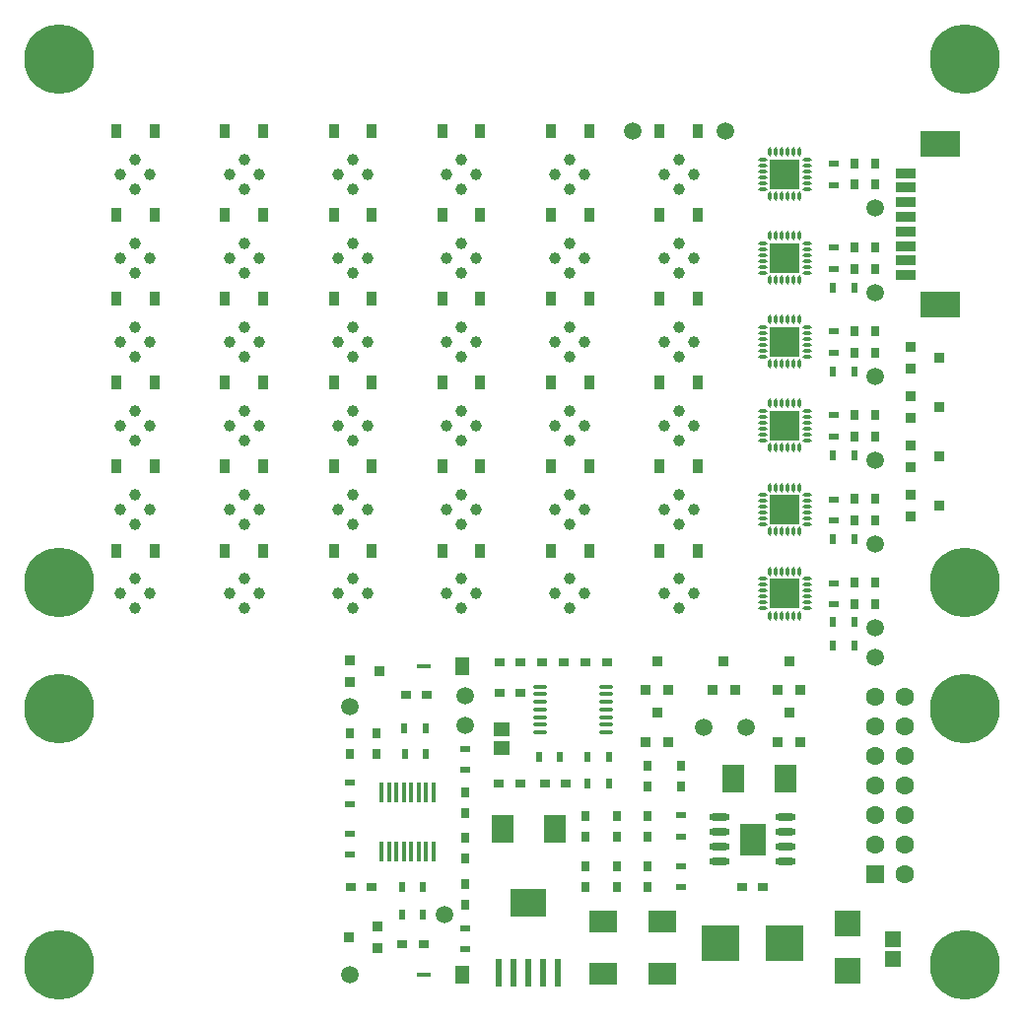
<source format=gbr>
G04*
G04 #@! TF.GenerationSoftware,Altium Limited,Altium Designer,24.1.2 (44)*
G04*
G04 Layer_Color=255*
%FSLAX44Y44*%
%MOMM*%
G71*
G04*
G04 #@! TF.SameCoordinates,14EC1D3F-8ED5-41FF-9881-AC4D2EF9915D*
G04*
G04*
G04 #@! TF.FilePolarity,Positive*
G04*
G01*
G75*
%ADD45C,6.0000*%
%ADD46C,1.2000*%
%ADD47C,1.0000*%
%ADD48C,1.6000*%
%ADD49R,1.6000X1.6000*%
%ADD56R,2.3000X2.8000*%
%ADD57O,1.8000X0.6000*%
%ADD58R,1.4000X1.4000*%
%ADD59R,2.3000X2.2860*%
%ADD60R,0.6325X2.3455*%
%ADD61R,3.1725X2.3455*%
G04:AMPARAMS|DCode=62|XSize=0.2746mm|YSize=0.8048mm|CornerRadius=0.1373mm|HoleSize=0mm|Usage=FLASHONLY|Rotation=180.000|XOffset=0mm|YOffset=0mm|HoleType=Round|Shape=RoundedRectangle|*
%AMROUNDEDRECTD62*
21,1,0.2746,0.5302,0,0,180.0*
21,1,0.0000,0.8048,0,0,180.0*
1,1,0.2746,0.0000,0.2651*
1,1,0.2746,0.0000,0.2651*
1,1,0.2746,0.0000,-0.2651*
1,1,0.2746,0.0000,-0.2651*
%
%ADD62ROUNDEDRECTD62*%
G04:AMPARAMS|DCode=63|XSize=0.2746mm|YSize=0.8048mm|CornerRadius=0.1373mm|HoleSize=0mm|Usage=FLASHONLY|Rotation=90.000|XOffset=0mm|YOffset=0mm|HoleType=Round|Shape=RoundedRectangle|*
%AMROUNDEDRECTD63*
21,1,0.2746,0.5302,0,0,90.0*
21,1,0.0000,0.8048,0,0,90.0*
1,1,0.2746,0.2651,0.0000*
1,1,0.2746,0.2651,0.0000*
1,1,0.2746,-0.2651,0.0000*
1,1,0.2746,-0.2651,0.0000*
%
%ADD63ROUNDEDRECTD63*%
%ADD64R,2.5000X2.5000*%
%ADD65R,3.5000X2.2098*%
%ADD66O,1.2500X0.3500*%
%ADD67R,3.3000X3.1500*%
%ADD68R,0.9000X0.8000*%
%ADD69R,0.6000X0.9000*%
%ADD70R,0.8000X0.9000*%
%ADD71R,0.9000X0.6000*%
%ADD72R,0.4000X1.8000*%
%ADD73R,1.4000X1.3000*%
%ADD74R,1.8796X2.3622*%
%ADD75R,0.9500X0.9000*%
%ADD76R,1.2700X0.4000*%
%ADD77R,1.2700X1.5500*%
%ADD78R,2.3622X1.8796*%
%ADD79R,0.9000X0.9500*%
%ADD80C,1.5000*%
%ADD81R,0.9100X1.2200*%
%ADD82R,1.7018X0.8128*%
D45*
X36000Y36000D02*
D03*
X814000D02*
D03*
Y256000D02*
D03*
Y364000D02*
D03*
Y814000D02*
D03*
X36000D02*
D03*
Y364000D02*
D03*
Y256000D02*
D03*
D46*
Y58860D02*
D03*
X13140Y36000D02*
D03*
X36000Y13140D02*
D03*
X58860Y36000D02*
D03*
X52165Y52165D02*
D03*
X19835D02*
D03*
Y19835D02*
D03*
X52165D02*
D03*
X830164D02*
D03*
X797835D02*
D03*
Y52165D02*
D03*
X830164D02*
D03*
X836860Y36000D02*
D03*
X814000Y13140D02*
D03*
X791140Y36000D02*
D03*
X814000Y58860D02*
D03*
Y278860D02*
D03*
X791140Y256000D02*
D03*
X814000Y233140D02*
D03*
X836860Y256000D02*
D03*
X830164Y272164D02*
D03*
X797835D02*
D03*
Y239835D02*
D03*
X830164D02*
D03*
Y347836D02*
D03*
X797835D02*
D03*
Y380164D02*
D03*
X830164D02*
D03*
X836860Y364000D02*
D03*
X814000Y341140D02*
D03*
X791140Y364000D02*
D03*
X814000Y386860D02*
D03*
Y836860D02*
D03*
X791140Y814000D02*
D03*
X814000Y791140D02*
D03*
X836860Y814000D02*
D03*
X830164Y830164D02*
D03*
X797835D02*
D03*
Y797835D02*
D03*
X830164D02*
D03*
X52165D02*
D03*
X19835D02*
D03*
Y830164D02*
D03*
X52165D02*
D03*
X58860Y814000D02*
D03*
X36000Y791140D02*
D03*
X13140Y814000D02*
D03*
X36000Y836860D02*
D03*
Y386860D02*
D03*
X13140Y364000D02*
D03*
X36000Y341140D02*
D03*
X58860Y364000D02*
D03*
X52165Y380164D02*
D03*
X19835D02*
D03*
Y347836D02*
D03*
X52165D02*
D03*
Y239835D02*
D03*
X19835D02*
D03*
Y272164D02*
D03*
X52165D02*
D03*
X58860Y256000D02*
D03*
X36000Y233140D02*
D03*
X13140Y256000D02*
D03*
X36000Y278860D02*
D03*
D47*
X555400Y427000D02*
D03*
X568100Y439700D02*
D03*
Y414300D02*
D03*
X580800Y427000D02*
D03*
X555400Y355000D02*
D03*
X568100Y367700D02*
D03*
Y342300D02*
D03*
X580800Y355000D02*
D03*
X462060D02*
D03*
X474760Y367700D02*
D03*
Y342300D02*
D03*
X487460Y355000D02*
D03*
X368720Y427000D02*
D03*
X381420Y439700D02*
D03*
Y414300D02*
D03*
X394120Y427000D02*
D03*
X462060D02*
D03*
X474760Y439700D02*
D03*
Y414300D02*
D03*
X487460Y427000D02*
D03*
X368720Y355000D02*
D03*
X381420Y367700D02*
D03*
Y342300D02*
D03*
X394120Y355000D02*
D03*
X275380D02*
D03*
X288080Y367700D02*
D03*
Y342300D02*
D03*
X300780Y355000D02*
D03*
X275380Y427000D02*
D03*
X288080Y439700D02*
D03*
Y414300D02*
D03*
X300780Y427000D02*
D03*
X275380Y499000D02*
D03*
X288080Y511700D02*
D03*
Y486300D02*
D03*
X300780Y499000D02*
D03*
X368720D02*
D03*
X381420Y511700D02*
D03*
Y486300D02*
D03*
X394120Y499000D02*
D03*
X462060D02*
D03*
X474760Y511700D02*
D03*
Y486300D02*
D03*
X487460Y499000D02*
D03*
X555400D02*
D03*
X568100Y511700D02*
D03*
Y486300D02*
D03*
X580800Y499000D02*
D03*
X555400Y571000D02*
D03*
X568100Y583700D02*
D03*
Y558300D02*
D03*
X580800Y571000D02*
D03*
X462060D02*
D03*
X474760Y583700D02*
D03*
Y558300D02*
D03*
X487460Y571000D02*
D03*
X368720D02*
D03*
X381420Y583700D02*
D03*
Y558300D02*
D03*
X394120Y571000D02*
D03*
X275380D02*
D03*
X288080Y583700D02*
D03*
Y558300D02*
D03*
X300780Y571000D02*
D03*
X182040D02*
D03*
X194740Y583700D02*
D03*
Y558300D02*
D03*
X207440Y571000D02*
D03*
X182040Y499000D02*
D03*
X194740Y511700D02*
D03*
Y486300D02*
D03*
X207440Y499000D02*
D03*
X182040Y427000D02*
D03*
X194740Y439700D02*
D03*
Y414300D02*
D03*
X207440Y427000D02*
D03*
X182040Y355000D02*
D03*
X194740Y367700D02*
D03*
Y342300D02*
D03*
X207440Y355000D02*
D03*
X88700D02*
D03*
X101400Y367700D02*
D03*
Y342300D02*
D03*
X114100Y355000D02*
D03*
X88700Y427000D02*
D03*
X101400Y439700D02*
D03*
Y414300D02*
D03*
X114100Y427000D02*
D03*
X88700Y499000D02*
D03*
X101400Y511700D02*
D03*
Y486300D02*
D03*
X114100Y499000D02*
D03*
X88700Y571000D02*
D03*
X101400Y583700D02*
D03*
Y558300D02*
D03*
X114100Y571000D02*
D03*
X182040Y643000D02*
D03*
X194740Y655700D02*
D03*
Y630300D02*
D03*
X207440Y643000D02*
D03*
X275380D02*
D03*
X288080Y655700D02*
D03*
Y630300D02*
D03*
X300780Y643000D02*
D03*
X368720D02*
D03*
X381420Y655700D02*
D03*
Y630300D02*
D03*
X394120Y643000D02*
D03*
X462060D02*
D03*
X474760Y655700D02*
D03*
Y630300D02*
D03*
X487460Y643000D02*
D03*
X580800D02*
D03*
X568100Y630300D02*
D03*
Y655700D02*
D03*
X555400Y643000D02*
D03*
Y715000D02*
D03*
X568100Y727700D02*
D03*
Y702300D02*
D03*
X580800Y715000D02*
D03*
X462060D02*
D03*
X474760Y727700D02*
D03*
Y702300D02*
D03*
X487460Y715000D02*
D03*
X368720D02*
D03*
X381420Y727700D02*
D03*
Y702300D02*
D03*
X394120Y715000D02*
D03*
X275380D02*
D03*
X288080Y727700D02*
D03*
Y702300D02*
D03*
X300780Y715000D02*
D03*
X182040D02*
D03*
X194740Y727700D02*
D03*
Y702300D02*
D03*
X207440Y715000D02*
D03*
X88700D02*
D03*
X101400Y727700D02*
D03*
Y702300D02*
D03*
X114100Y715000D02*
D03*
X88700Y643000D02*
D03*
X101400Y655700D02*
D03*
Y630300D02*
D03*
X114100Y643000D02*
D03*
D48*
X762700Y113800D02*
D03*
Y139200D02*
D03*
Y164600D02*
D03*
Y190000D02*
D03*
Y215400D02*
D03*
Y240800D02*
D03*
Y266200D02*
D03*
X737300Y139200D02*
D03*
Y164600D02*
D03*
Y190000D02*
D03*
Y215400D02*
D03*
Y240800D02*
D03*
Y266200D02*
D03*
D49*
Y113800D02*
D03*
D56*
X631630Y143510D02*
D03*
D57*
X659880Y162560D02*
D03*
Y149860D02*
D03*
Y137160D02*
D03*
Y124460D02*
D03*
X603380Y162560D02*
D03*
Y149860D02*
D03*
Y137160D02*
D03*
Y124460D02*
D03*
D58*
X751840Y40640D02*
D03*
Y57940D02*
D03*
D59*
X713170Y71700D02*
D03*
Y31060D02*
D03*
D60*
X464542Y29088D02*
D03*
X451842D02*
D03*
X439142D02*
D03*
X426442D02*
D03*
X413742D02*
D03*
D61*
X439142Y89294D02*
D03*
D62*
X671630Y695976D02*
D03*
X666630D02*
D03*
X661630D02*
D03*
X656630D02*
D03*
X651630D02*
D03*
X646630D02*
D03*
Y734024D02*
D03*
X651630D02*
D03*
X656630D02*
D03*
X661630D02*
D03*
X666630D02*
D03*
X671630D02*
D03*
Y518024D02*
D03*
X666630D02*
D03*
X661630D02*
D03*
X656630D02*
D03*
X651630D02*
D03*
X646630D02*
D03*
Y479976D02*
D03*
X651630D02*
D03*
X656630D02*
D03*
X661630D02*
D03*
X666630D02*
D03*
X671630D02*
D03*
Y623976D02*
D03*
X666630D02*
D03*
X661630D02*
D03*
X656630D02*
D03*
X651630D02*
D03*
X646630D02*
D03*
Y662024D02*
D03*
X651630D02*
D03*
X656630D02*
D03*
X661630D02*
D03*
X666630D02*
D03*
X671630D02*
D03*
Y446024D02*
D03*
X666630D02*
D03*
X661630D02*
D03*
X656630D02*
D03*
X651630D02*
D03*
X646630D02*
D03*
Y407976D02*
D03*
X651630D02*
D03*
X656630D02*
D03*
X661630D02*
D03*
X666630D02*
D03*
X671630D02*
D03*
Y335976D02*
D03*
X666630D02*
D03*
X661630D02*
D03*
X656630D02*
D03*
X651630D02*
D03*
X646630D02*
D03*
Y374024D02*
D03*
X651630D02*
D03*
X656630D02*
D03*
X661630D02*
D03*
X666630D02*
D03*
X671630D02*
D03*
Y590024D02*
D03*
X666630D02*
D03*
X661630D02*
D03*
X656630D02*
D03*
X651630D02*
D03*
X646630D02*
D03*
Y551976D02*
D03*
X651630D02*
D03*
X656630D02*
D03*
X661630D02*
D03*
X666630D02*
D03*
X671630D02*
D03*
D63*
X640106Y702500D02*
D03*
Y707500D02*
D03*
Y712500D02*
D03*
Y717500D02*
D03*
Y722500D02*
D03*
Y727500D02*
D03*
X678154D02*
D03*
Y722500D02*
D03*
Y717500D02*
D03*
Y712500D02*
D03*
Y707500D02*
D03*
Y702500D02*
D03*
Y486500D02*
D03*
Y491500D02*
D03*
Y496500D02*
D03*
Y501500D02*
D03*
Y506500D02*
D03*
Y511500D02*
D03*
X640106D02*
D03*
Y506500D02*
D03*
Y501500D02*
D03*
Y496500D02*
D03*
Y491500D02*
D03*
Y486500D02*
D03*
Y630500D02*
D03*
Y635500D02*
D03*
Y640500D02*
D03*
Y645500D02*
D03*
Y650500D02*
D03*
Y655500D02*
D03*
X678154D02*
D03*
Y650500D02*
D03*
Y645500D02*
D03*
Y640500D02*
D03*
Y635500D02*
D03*
Y630500D02*
D03*
Y414500D02*
D03*
Y419500D02*
D03*
Y424500D02*
D03*
Y429500D02*
D03*
Y434500D02*
D03*
Y439500D02*
D03*
X640106D02*
D03*
Y434500D02*
D03*
Y429500D02*
D03*
Y424500D02*
D03*
Y419500D02*
D03*
Y414500D02*
D03*
Y342500D02*
D03*
Y347500D02*
D03*
Y352500D02*
D03*
Y357500D02*
D03*
Y362500D02*
D03*
Y367500D02*
D03*
X678154D02*
D03*
Y362500D02*
D03*
Y357500D02*
D03*
Y352500D02*
D03*
Y347500D02*
D03*
Y342500D02*
D03*
Y558500D02*
D03*
Y563500D02*
D03*
Y568500D02*
D03*
Y573500D02*
D03*
Y578500D02*
D03*
Y583500D02*
D03*
X640106D02*
D03*
Y578500D02*
D03*
Y573500D02*
D03*
Y568500D02*
D03*
Y563500D02*
D03*
Y558500D02*
D03*
D64*
X659130Y715000D02*
D03*
Y499000D02*
D03*
Y643000D02*
D03*
Y427000D02*
D03*
Y355000D02*
D03*
Y571000D02*
D03*
D65*
X792435Y741480D02*
D03*
Y602980D02*
D03*
D66*
X505770Y274770D02*
D03*
Y268270D02*
D03*
Y261770D02*
D03*
Y255270D02*
D03*
Y248770D02*
D03*
Y242270D02*
D03*
Y235770D02*
D03*
X449270Y274770D02*
D03*
Y268270D02*
D03*
Y261770D02*
D03*
Y255270D02*
D03*
Y248770D02*
D03*
Y242270D02*
D03*
Y235770D02*
D03*
D67*
X659130Y54610D02*
D03*
X604130D02*
D03*
D68*
X413910Y295888D02*
D03*
X431910D02*
D03*
Y269240D02*
D03*
X413910D02*
D03*
X351900Y267970D02*
D03*
X333900D02*
D03*
X413800Y191770D02*
D03*
X431800D02*
D03*
X453280D02*
D03*
X471280D02*
D03*
X286283Y102870D02*
D03*
X304283D02*
D03*
X330718Y53340D02*
D03*
X348718D02*
D03*
X622630Y102870D02*
D03*
X640630D02*
D03*
X451054Y295888D02*
D03*
X469054D02*
D03*
X488198D02*
D03*
X506198D02*
D03*
D69*
X332362Y238761D02*
D03*
X350521Y238760D02*
D03*
X350900Y217169D02*
D03*
X332741Y217170D02*
D03*
X447931Y214631D02*
D03*
X466090Y214630D02*
D03*
X489841Y214631D02*
D03*
X508000Y214630D02*
D03*
X489842Y191771D02*
D03*
X508001Y191770D02*
D03*
X330449Y102871D02*
D03*
X348608Y102870D02*
D03*
X330449Y78741D02*
D03*
X348608Y78740D02*
D03*
X718821Y309880D02*
D03*
X700662Y309881D02*
D03*
Y330201D02*
D03*
X718821Y330200D02*
D03*
X700662Y401956D02*
D03*
X718821Y401955D02*
D03*
X700662Y473711D02*
D03*
X718821Y473710D02*
D03*
X700662Y545466D02*
D03*
X718821Y545465D02*
D03*
X700662Y617221D02*
D03*
X718821Y617220D02*
D03*
D70*
X308610Y235060D02*
D03*
Y217060D02*
D03*
X285750D02*
D03*
Y235060D02*
D03*
X384810Y166260D02*
D03*
Y184260D02*
D03*
X488188Y163940D02*
D03*
Y145940D02*
D03*
X514858D02*
D03*
Y163940D02*
D03*
X488188Y120760D02*
D03*
Y102760D02*
D03*
X541528D02*
D03*
Y120760D02*
D03*
X514858Y102760D02*
D03*
Y120760D02*
D03*
X384810Y126890D02*
D03*
Y144890D02*
D03*
Y105520D02*
D03*
Y87520D02*
D03*
X541528Y189247D02*
D03*
Y207247D02*
D03*
X570230D02*
D03*
Y189247D02*
D03*
X541528Y145940D02*
D03*
Y163940D02*
D03*
X718820Y346000D02*
D03*
Y364000D02*
D03*
X736600D02*
D03*
Y346000D02*
D03*
X718820Y418000D02*
D03*
Y436000D02*
D03*
X736600D02*
D03*
Y418000D02*
D03*
X718820Y490000D02*
D03*
Y508000D02*
D03*
X736600D02*
D03*
Y490000D02*
D03*
X718820Y562000D02*
D03*
Y580000D02*
D03*
X736600D02*
D03*
Y562000D02*
D03*
X718820Y634000D02*
D03*
Y652000D02*
D03*
X736600Y634000D02*
D03*
Y652000D02*
D03*
X718820Y706000D02*
D03*
Y724000D02*
D03*
X736600D02*
D03*
Y706000D02*
D03*
D71*
X285751Y192148D02*
D03*
X285750Y173989D02*
D03*
X285749Y130432D02*
D03*
X285750Y148591D02*
D03*
X384811Y221358D02*
D03*
X384810Y203199D02*
D03*
X384817Y49152D02*
D03*
X384818Y67311D02*
D03*
X570229Y102491D02*
D03*
X570230Y120650D02*
D03*
X570231Y164209D02*
D03*
X570230Y146050D02*
D03*
X701039Y345733D02*
D03*
X701040Y363892D02*
D03*
X701039Y417733D02*
D03*
X701040Y435892D02*
D03*
X701039Y561733D02*
D03*
X701040Y579892D02*
D03*
X701039Y633733D02*
D03*
X701040Y651892D02*
D03*
X701039Y705733D02*
D03*
X701040Y723892D02*
D03*
Y507892D02*
D03*
X701039Y489733D02*
D03*
D72*
X357505Y184277D02*
D03*
X351155D02*
D03*
X344805D02*
D03*
X338455D02*
D03*
X332105D02*
D03*
X325755D02*
D03*
X319405D02*
D03*
X313055D02*
D03*
Y133223D02*
D03*
X319405D02*
D03*
X325755D02*
D03*
X332105D02*
D03*
X338455D02*
D03*
X344805D02*
D03*
X351155D02*
D03*
X357505D02*
D03*
D73*
X416167Y221870D02*
D03*
Y237870D02*
D03*
D74*
X461772Y152273D02*
D03*
X417068D02*
D03*
X615370Y195580D02*
D03*
X660074D02*
D03*
D75*
X309666Y69190D02*
D03*
X284666Y59690D02*
D03*
X309666Y50190D02*
D03*
X767280Y548030D02*
D03*
X792280Y557530D02*
D03*
X767280Y567030D02*
D03*
Y505697D02*
D03*
X792280Y515197D02*
D03*
X767280Y524697D02*
D03*
Y463363D02*
D03*
X792280Y472863D02*
D03*
X767280Y482363D02*
D03*
Y421030D02*
D03*
X792280Y430530D02*
D03*
X767280Y440030D02*
D03*
X285750Y297485D02*
D03*
X310750Y287985D02*
D03*
X285750Y278485D02*
D03*
D76*
X349377Y27647D02*
D03*
X349369Y292205D02*
D03*
D77*
X382397Y27647D02*
D03*
X382389Y292205D02*
D03*
D78*
X502920Y73152D02*
D03*
Y28448D02*
D03*
X553720Y73240D02*
D03*
Y28536D02*
D03*
D79*
X558931Y227530D02*
D03*
X549431Y252530D02*
D03*
X539931Y227530D02*
D03*
X672440D02*
D03*
X662940Y252530D02*
D03*
X653440Y227530D02*
D03*
Y271980D02*
D03*
X662940Y296980D02*
D03*
X672440Y271980D02*
D03*
X597320D02*
D03*
X606820Y296980D02*
D03*
X616320Y271980D02*
D03*
X539931D02*
D03*
X549431Y296980D02*
D03*
X558931Y271980D02*
D03*
D80*
X736600Y299720D02*
D03*
X608330Y751840D02*
D03*
X528320D02*
D03*
X384810Y241300D02*
D03*
X285750Y27774D02*
D03*
X736600Y613410D02*
D03*
Y397192D02*
D03*
X589280Y240030D02*
D03*
X626110D02*
D03*
X736600Y469265D02*
D03*
X285750Y257810D02*
D03*
X384810Y266700D02*
D03*
X367030Y78740D02*
D03*
X736600Y685800D02*
D03*
Y541338D02*
D03*
Y325120D02*
D03*
D81*
X458410Y391840D02*
D03*
X491110D02*
D03*
X551750D02*
D03*
X584450D02*
D03*
X551750Y463840D02*
D03*
X584450D02*
D03*
X458410D02*
D03*
X491110D02*
D03*
X458410Y535840D02*
D03*
X491110D02*
D03*
X551750D02*
D03*
X584450D02*
D03*
X551750Y607840D02*
D03*
X584450D02*
D03*
X458410D02*
D03*
X491110D02*
D03*
X365070D02*
D03*
X397770D02*
D03*
X365070Y535840D02*
D03*
X397770D02*
D03*
X365070Y463840D02*
D03*
X397770D02*
D03*
X365070Y391840D02*
D03*
X397770D02*
D03*
X271730D02*
D03*
X304430D02*
D03*
X271730Y463840D02*
D03*
X304430D02*
D03*
X271730Y535840D02*
D03*
X304430D02*
D03*
X178390Y607840D02*
D03*
X211090D02*
D03*
X271730D02*
D03*
X304430D02*
D03*
X178390Y535840D02*
D03*
X211090D02*
D03*
X178390Y463840D02*
D03*
X211090D02*
D03*
X178390Y391840D02*
D03*
X211090D02*
D03*
X85050D02*
D03*
X117750D02*
D03*
X85050Y463840D02*
D03*
X117750D02*
D03*
X85050Y535840D02*
D03*
X117750D02*
D03*
X85050Y607840D02*
D03*
X117750D02*
D03*
X85050Y679840D02*
D03*
X117750D02*
D03*
X178390D02*
D03*
X211090D02*
D03*
X271730D02*
D03*
X304430D02*
D03*
X365070D02*
D03*
X397770D02*
D03*
X458410D02*
D03*
X491110D02*
D03*
X551750D02*
D03*
X584450D02*
D03*
X551750Y751840D02*
D03*
X584450D02*
D03*
X458410D02*
D03*
X491110D02*
D03*
X365070D02*
D03*
X397770D02*
D03*
X271730D02*
D03*
X304430D02*
D03*
X178390D02*
D03*
X211090D02*
D03*
X85050D02*
D03*
X117750D02*
D03*
D82*
X763435Y715980D02*
D03*
Y703480D02*
D03*
Y690980D02*
D03*
Y678480D02*
D03*
Y665980D02*
D03*
Y653480D02*
D03*
Y640980D02*
D03*
Y628480D02*
D03*
M02*

</source>
